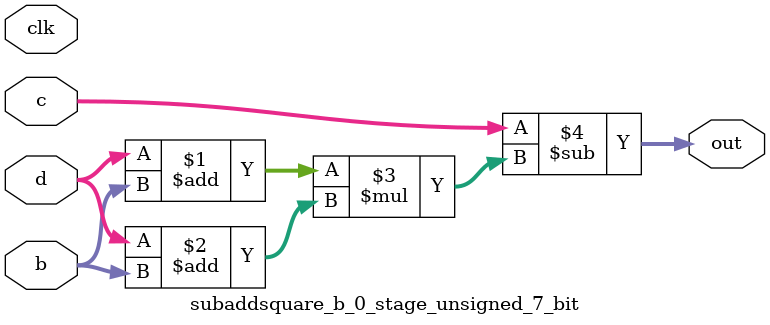
<source format=sv>
(* use_dsp = "yes" *) module subaddsquare_b_0_stage_unsigned_7_bit(
	input  [6:0] b,
	input  [6:0] c,
	input  [6:0] d,
	output [6:0] out,
	input clk);

	assign out = c - ((d + b) * (d + b));
endmodule

</source>
